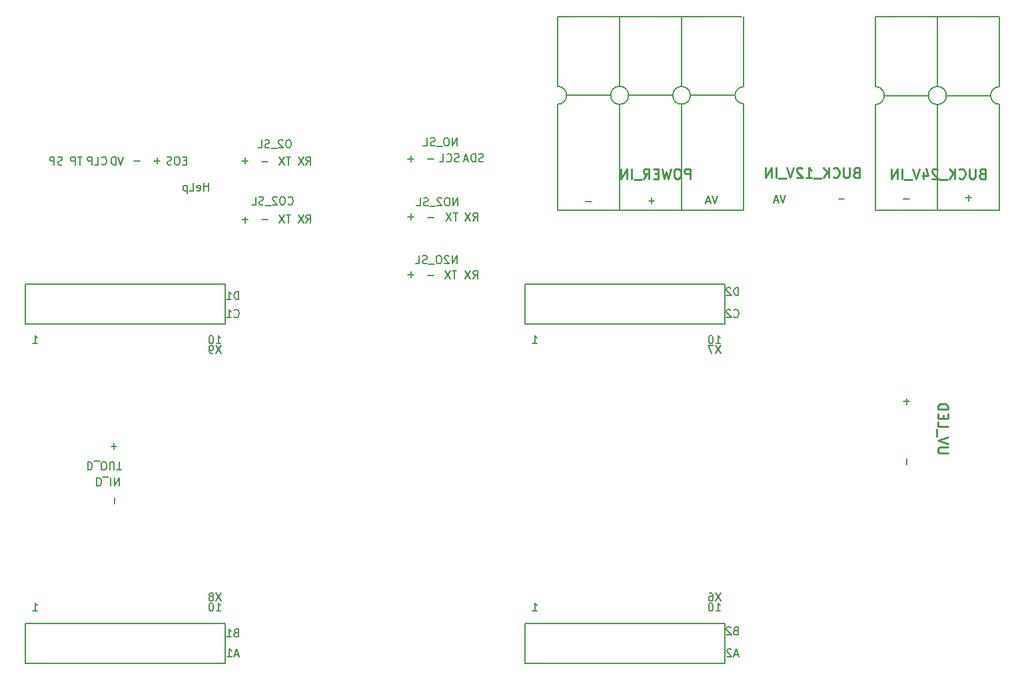
<source format=gbr>
G04 #@! TF.GenerationSoftware,KiCad,Pcbnew,(5.1.4)-1*
G04 #@! TF.CreationDate,2020-11-30T00:59:02-06:00*
G04 #@! TF.ProjectId,SRA_Sensor_Board,5352415f-5365-46e7-936f-725f426f6172,rev?*
G04 #@! TF.SameCoordinates,Original*
G04 #@! TF.FileFunction,Legend,Bot*
G04 #@! TF.FilePolarity,Positive*
%FSLAX46Y46*%
G04 Gerber Fmt 4.6, Leading zero omitted, Abs format (unit mm)*
G04 Created by KiCad (PCBNEW (5.1.4)-1) date 2020-11-30 00:59:02*
%MOMM*%
%LPD*%
G04 APERTURE LIST*
%ADD10C,0.150000*%
%ADD11C,0.254000*%
G04 APERTURE END LIST*
D10*
X146311619Y-76398380D02*
X146311619Y-75398380D01*
X145740190Y-76398380D01*
X145740190Y-75398380D01*
X145311619Y-75493619D02*
X145264000Y-75446000D01*
X145168761Y-75398380D01*
X144930666Y-75398380D01*
X144835428Y-75446000D01*
X144787809Y-75493619D01*
X144740190Y-75588857D01*
X144740190Y-75684095D01*
X144787809Y-75826952D01*
X145359238Y-76398380D01*
X144740190Y-76398380D01*
X144121142Y-75398380D02*
X143930666Y-75398380D01*
X143835428Y-75446000D01*
X143740190Y-75541238D01*
X143692571Y-75731714D01*
X143692571Y-76065047D01*
X143740190Y-76255523D01*
X143835428Y-76350761D01*
X143930666Y-76398380D01*
X144121142Y-76398380D01*
X144216380Y-76350761D01*
X144311619Y-76255523D01*
X144359238Y-76065047D01*
X144359238Y-75731714D01*
X144311619Y-75541238D01*
X144216380Y-75446000D01*
X144121142Y-75398380D01*
X143502095Y-76493619D02*
X142740190Y-76493619D01*
X142549714Y-76350761D02*
X142406857Y-76398380D01*
X142168761Y-76398380D01*
X142073523Y-76350761D01*
X142025904Y-76303142D01*
X141978285Y-76207904D01*
X141978285Y-76112666D01*
X142025904Y-76017428D01*
X142073523Y-75969809D01*
X142168761Y-75922190D01*
X142359238Y-75874571D01*
X142454476Y-75826952D01*
X142502095Y-75779333D01*
X142549714Y-75684095D01*
X142549714Y-75588857D01*
X142502095Y-75493619D01*
X142454476Y-75446000D01*
X142359238Y-75398380D01*
X142121142Y-75398380D01*
X141978285Y-75446000D01*
X141073523Y-76398380D02*
X141549714Y-76398380D01*
X141549714Y-75398380D01*
X146438619Y-69032380D02*
X146438619Y-68032380D01*
X145867190Y-69032380D01*
X145867190Y-68032380D01*
X145200523Y-68032380D02*
X145010047Y-68032380D01*
X144914809Y-68080000D01*
X144819571Y-68175238D01*
X144771952Y-68365714D01*
X144771952Y-68699047D01*
X144819571Y-68889523D01*
X144914809Y-68984761D01*
X145010047Y-69032380D01*
X145200523Y-69032380D01*
X145295761Y-68984761D01*
X145391000Y-68889523D01*
X145438619Y-68699047D01*
X145438619Y-68365714D01*
X145391000Y-68175238D01*
X145295761Y-68080000D01*
X145200523Y-68032380D01*
X144391000Y-68127619D02*
X144343380Y-68080000D01*
X144248142Y-68032380D01*
X144010047Y-68032380D01*
X143914809Y-68080000D01*
X143867190Y-68127619D01*
X143819571Y-68222857D01*
X143819571Y-68318095D01*
X143867190Y-68460952D01*
X144438619Y-69032380D01*
X143819571Y-69032380D01*
X143629095Y-69127619D02*
X142867190Y-69127619D01*
X142676714Y-68984761D02*
X142533857Y-69032380D01*
X142295761Y-69032380D01*
X142200523Y-68984761D01*
X142152904Y-68937142D01*
X142105285Y-68841904D01*
X142105285Y-68746666D01*
X142152904Y-68651428D01*
X142200523Y-68603809D01*
X142295761Y-68556190D01*
X142486238Y-68508571D01*
X142581476Y-68460952D01*
X142629095Y-68413333D01*
X142676714Y-68318095D01*
X142676714Y-68222857D01*
X142629095Y-68127619D01*
X142581476Y-68080000D01*
X142486238Y-68032380D01*
X142248142Y-68032380D01*
X142105285Y-68080000D01*
X141200523Y-69032380D02*
X141676714Y-69032380D01*
X141676714Y-68032380D01*
X146343428Y-61412380D02*
X146343428Y-60412380D01*
X145772000Y-61412380D01*
X145772000Y-60412380D01*
X145105333Y-60412380D02*
X144914857Y-60412380D01*
X144819619Y-60460000D01*
X144724380Y-60555238D01*
X144676761Y-60745714D01*
X144676761Y-61079047D01*
X144724380Y-61269523D01*
X144819619Y-61364761D01*
X144914857Y-61412380D01*
X145105333Y-61412380D01*
X145200571Y-61364761D01*
X145295809Y-61269523D01*
X145343428Y-61079047D01*
X145343428Y-60745714D01*
X145295809Y-60555238D01*
X145200571Y-60460000D01*
X145105333Y-60412380D01*
X144486285Y-61507619D02*
X143724380Y-61507619D01*
X143533904Y-61364761D02*
X143391047Y-61412380D01*
X143152952Y-61412380D01*
X143057714Y-61364761D01*
X143010095Y-61317142D01*
X142962476Y-61221904D01*
X142962476Y-61126666D01*
X143010095Y-61031428D01*
X143057714Y-60983809D01*
X143152952Y-60936190D01*
X143343428Y-60888571D01*
X143438666Y-60840952D01*
X143486285Y-60793333D01*
X143533904Y-60698095D01*
X143533904Y-60602857D01*
X143486285Y-60507619D01*
X143438666Y-60460000D01*
X143343428Y-60412380D01*
X143105333Y-60412380D01*
X142962476Y-60460000D01*
X142057714Y-61412380D02*
X142533904Y-61412380D01*
X142533904Y-60412380D01*
X124888380Y-68810142D02*
X124936000Y-68857761D01*
X125078857Y-68905380D01*
X125174095Y-68905380D01*
X125316952Y-68857761D01*
X125412190Y-68762523D01*
X125459809Y-68667285D01*
X125507428Y-68476809D01*
X125507428Y-68333952D01*
X125459809Y-68143476D01*
X125412190Y-68048238D01*
X125316952Y-67953000D01*
X125174095Y-67905380D01*
X125078857Y-67905380D01*
X124936000Y-67953000D01*
X124888380Y-68000619D01*
X124269333Y-67905380D02*
X124078857Y-67905380D01*
X123983619Y-67953000D01*
X123888380Y-68048238D01*
X123840761Y-68238714D01*
X123840761Y-68572047D01*
X123888380Y-68762523D01*
X123983619Y-68857761D01*
X124078857Y-68905380D01*
X124269333Y-68905380D01*
X124364571Y-68857761D01*
X124459809Y-68762523D01*
X124507428Y-68572047D01*
X124507428Y-68238714D01*
X124459809Y-68048238D01*
X124364571Y-67953000D01*
X124269333Y-67905380D01*
X123459809Y-68000619D02*
X123412190Y-67953000D01*
X123316952Y-67905380D01*
X123078857Y-67905380D01*
X122983619Y-67953000D01*
X122936000Y-68000619D01*
X122888380Y-68095857D01*
X122888380Y-68191095D01*
X122936000Y-68333952D01*
X123507428Y-68905380D01*
X122888380Y-68905380D01*
X122697904Y-69000619D02*
X121936000Y-69000619D01*
X121745523Y-68857761D02*
X121602666Y-68905380D01*
X121364571Y-68905380D01*
X121269333Y-68857761D01*
X121221714Y-68810142D01*
X121174095Y-68714904D01*
X121174095Y-68619666D01*
X121221714Y-68524428D01*
X121269333Y-68476809D01*
X121364571Y-68429190D01*
X121555047Y-68381571D01*
X121650285Y-68333952D01*
X121697904Y-68286333D01*
X121745523Y-68191095D01*
X121745523Y-68095857D01*
X121697904Y-68000619D01*
X121650285Y-67953000D01*
X121555047Y-67905380D01*
X121316952Y-67905380D01*
X121174095Y-67953000D01*
X120269333Y-68905380D02*
X120745523Y-68905380D01*
X120745523Y-67905380D01*
X125023333Y-60666380D02*
X124832857Y-60666380D01*
X124737619Y-60714000D01*
X124642380Y-60809238D01*
X124594761Y-60999714D01*
X124594761Y-61333047D01*
X124642380Y-61523523D01*
X124737619Y-61618761D01*
X124832857Y-61666380D01*
X125023333Y-61666380D01*
X125118571Y-61618761D01*
X125213809Y-61523523D01*
X125261428Y-61333047D01*
X125261428Y-60999714D01*
X125213809Y-60809238D01*
X125118571Y-60714000D01*
X125023333Y-60666380D01*
X124213809Y-60761619D02*
X124166190Y-60714000D01*
X124070952Y-60666380D01*
X123832857Y-60666380D01*
X123737619Y-60714000D01*
X123690000Y-60761619D01*
X123642380Y-60856857D01*
X123642380Y-60952095D01*
X123690000Y-61094952D01*
X124261428Y-61666380D01*
X123642380Y-61666380D01*
X123451904Y-61761619D02*
X122690000Y-61761619D01*
X122499523Y-61618761D02*
X122356666Y-61666380D01*
X122118571Y-61666380D01*
X122023333Y-61618761D01*
X121975714Y-61571142D01*
X121928095Y-61475904D01*
X121928095Y-61380666D01*
X121975714Y-61285428D01*
X122023333Y-61237809D01*
X122118571Y-61190190D01*
X122309047Y-61142571D01*
X122404285Y-61094952D01*
X122451904Y-61047333D01*
X122499523Y-60952095D01*
X122499523Y-60856857D01*
X122451904Y-60761619D01*
X122404285Y-60714000D01*
X122309047Y-60666380D01*
X122070952Y-60666380D01*
X121928095Y-60714000D01*
X121023333Y-61666380D02*
X121499523Y-61666380D01*
X121499523Y-60666380D01*
X99401571Y-101655619D02*
X99401571Y-102655619D01*
X99639666Y-102655619D01*
X99782523Y-102608000D01*
X99877761Y-102512761D01*
X99925380Y-102417523D01*
X99973000Y-102227047D01*
X99973000Y-102084190D01*
X99925380Y-101893714D01*
X99877761Y-101798476D01*
X99782523Y-101703238D01*
X99639666Y-101655619D01*
X99401571Y-101655619D01*
X100163476Y-101560380D02*
X100925380Y-101560380D01*
X101353952Y-102655619D02*
X101544428Y-102655619D01*
X101639666Y-102608000D01*
X101734904Y-102512761D01*
X101782523Y-102322285D01*
X101782523Y-101988952D01*
X101734904Y-101798476D01*
X101639666Y-101703238D01*
X101544428Y-101655619D01*
X101353952Y-101655619D01*
X101258714Y-101703238D01*
X101163476Y-101798476D01*
X101115857Y-101988952D01*
X101115857Y-102322285D01*
X101163476Y-102512761D01*
X101258714Y-102608000D01*
X101353952Y-102655619D01*
X102211095Y-102655619D02*
X102211095Y-101846095D01*
X102258714Y-101750857D01*
X102306333Y-101703238D01*
X102401571Y-101655619D01*
X102592047Y-101655619D01*
X102687285Y-101703238D01*
X102734904Y-101750857D01*
X102782523Y-101846095D01*
X102782523Y-102655619D01*
X103115857Y-102655619D02*
X103687285Y-102655619D01*
X103401571Y-101655619D02*
X103401571Y-102655619D01*
X100576238Y-103687619D02*
X100576238Y-104687619D01*
X100814333Y-104687619D01*
X100957190Y-104640000D01*
X101052428Y-104544761D01*
X101100047Y-104449523D01*
X101147666Y-104259047D01*
X101147666Y-104116190D01*
X101100047Y-103925714D01*
X101052428Y-103830476D01*
X100957190Y-103735238D01*
X100814333Y-103687619D01*
X100576238Y-103687619D01*
X101338142Y-103592380D02*
X102100047Y-103592380D01*
X102338142Y-103687619D02*
X102338142Y-104687619D01*
X102814333Y-103687619D02*
X102814333Y-104687619D01*
X103385761Y-103687619D01*
X103385761Y-104687619D01*
X102814428Y-106172047D02*
X102814428Y-106933952D01*
X103123952Y-99639428D02*
X102362047Y-99639428D01*
X102743000Y-100020380D02*
X102743000Y-99258476D01*
X203834952Y-93924428D02*
X203073047Y-93924428D01*
X203454000Y-94305380D02*
X203454000Y-93543476D01*
X203525428Y-101219047D02*
X203525428Y-101980952D01*
D11*
X208721476Y-100523523D02*
X207693380Y-100523523D01*
X207572428Y-100463047D01*
X207511952Y-100402571D01*
X207451476Y-100281619D01*
X207451476Y-100039714D01*
X207511952Y-99918761D01*
X207572428Y-99858285D01*
X207693380Y-99797809D01*
X208721476Y-99797809D01*
X208721476Y-99374476D02*
X207451476Y-98951142D01*
X208721476Y-98527809D01*
X207330523Y-98406857D02*
X207330523Y-97439238D01*
X207451476Y-96532095D02*
X207451476Y-97136857D01*
X208721476Y-97136857D01*
X208116714Y-96108761D02*
X208116714Y-95685428D01*
X207451476Y-95504000D02*
X207451476Y-96108761D01*
X208721476Y-96108761D01*
X208721476Y-95504000D01*
X207451476Y-94959714D02*
X208721476Y-94959714D01*
X208721476Y-94657333D01*
X208661000Y-94475904D01*
X208540047Y-94354952D01*
X208419095Y-94294476D01*
X208177190Y-94234000D01*
X207995761Y-94234000D01*
X207753857Y-94294476D01*
X207632904Y-94354952D01*
X207511952Y-94475904D01*
X207451476Y-94657333D01*
X207451476Y-94959714D01*
X213051571Y-64933285D02*
X212870142Y-64993761D01*
X212809666Y-65054238D01*
X212749190Y-65175190D01*
X212749190Y-65356619D01*
X212809666Y-65477571D01*
X212870142Y-65538047D01*
X212991095Y-65598523D01*
X213474904Y-65598523D01*
X213474904Y-64328523D01*
X213051571Y-64328523D01*
X212930619Y-64389000D01*
X212870142Y-64449476D01*
X212809666Y-64570428D01*
X212809666Y-64691380D01*
X212870142Y-64812333D01*
X212930619Y-64872809D01*
X213051571Y-64933285D01*
X213474904Y-64933285D01*
X212204904Y-64328523D02*
X212204904Y-65356619D01*
X212144428Y-65477571D01*
X212083952Y-65538047D01*
X211963000Y-65598523D01*
X211721095Y-65598523D01*
X211600142Y-65538047D01*
X211539666Y-65477571D01*
X211479190Y-65356619D01*
X211479190Y-64328523D01*
X210148714Y-65477571D02*
X210209190Y-65538047D01*
X210390619Y-65598523D01*
X210511571Y-65598523D01*
X210693000Y-65538047D01*
X210813952Y-65417095D01*
X210874428Y-65296142D01*
X210934904Y-65054238D01*
X210934904Y-64872809D01*
X210874428Y-64630904D01*
X210813952Y-64509952D01*
X210693000Y-64389000D01*
X210511571Y-64328523D01*
X210390619Y-64328523D01*
X210209190Y-64389000D01*
X210148714Y-64449476D01*
X209604428Y-65598523D02*
X209604428Y-64328523D01*
X208878714Y-65598523D02*
X209423000Y-64872809D01*
X208878714Y-64328523D02*
X209604428Y-65054238D01*
X208636809Y-65719476D02*
X207669190Y-65719476D01*
X207427285Y-64449476D02*
X207366809Y-64389000D01*
X207245857Y-64328523D01*
X206943476Y-64328523D01*
X206822523Y-64389000D01*
X206762047Y-64449476D01*
X206701571Y-64570428D01*
X206701571Y-64691380D01*
X206762047Y-64872809D01*
X207487761Y-65598523D01*
X206701571Y-65598523D01*
X205613000Y-64751857D02*
X205613000Y-65598523D01*
X205915380Y-64268047D02*
X206217761Y-65175190D01*
X205431571Y-65175190D01*
X205129190Y-64328523D02*
X204705857Y-65598523D01*
X204282523Y-64328523D01*
X204161571Y-65719476D02*
X203193952Y-65719476D01*
X202891571Y-65598523D02*
X202891571Y-64328523D01*
X202286809Y-65598523D02*
X202286809Y-64328523D01*
X201561095Y-65598523D01*
X201561095Y-64328523D01*
X197049571Y-64806285D02*
X196868142Y-64866761D01*
X196807666Y-64927238D01*
X196747190Y-65048190D01*
X196747190Y-65229619D01*
X196807666Y-65350571D01*
X196868142Y-65411047D01*
X196989095Y-65471523D01*
X197472904Y-65471523D01*
X197472904Y-64201523D01*
X197049571Y-64201523D01*
X196928619Y-64262000D01*
X196868142Y-64322476D01*
X196807666Y-64443428D01*
X196807666Y-64564380D01*
X196868142Y-64685333D01*
X196928619Y-64745809D01*
X197049571Y-64806285D01*
X197472904Y-64806285D01*
X196202904Y-64201523D02*
X196202904Y-65229619D01*
X196142428Y-65350571D01*
X196081952Y-65411047D01*
X195961000Y-65471523D01*
X195719095Y-65471523D01*
X195598142Y-65411047D01*
X195537666Y-65350571D01*
X195477190Y-65229619D01*
X195477190Y-64201523D01*
X194146714Y-65350571D02*
X194207190Y-65411047D01*
X194388619Y-65471523D01*
X194509571Y-65471523D01*
X194691000Y-65411047D01*
X194811952Y-65290095D01*
X194872428Y-65169142D01*
X194932904Y-64927238D01*
X194932904Y-64745809D01*
X194872428Y-64503904D01*
X194811952Y-64382952D01*
X194691000Y-64262000D01*
X194509571Y-64201523D01*
X194388619Y-64201523D01*
X194207190Y-64262000D01*
X194146714Y-64322476D01*
X193602428Y-65471523D02*
X193602428Y-64201523D01*
X192876714Y-65471523D02*
X193421000Y-64745809D01*
X192876714Y-64201523D02*
X193602428Y-64927238D01*
X192634809Y-65592476D02*
X191667190Y-65592476D01*
X190699571Y-65471523D02*
X191425285Y-65471523D01*
X191062428Y-65471523D02*
X191062428Y-64201523D01*
X191183380Y-64382952D01*
X191304333Y-64503904D01*
X191425285Y-64564380D01*
X190215761Y-64322476D02*
X190155285Y-64262000D01*
X190034333Y-64201523D01*
X189731952Y-64201523D01*
X189611000Y-64262000D01*
X189550523Y-64322476D01*
X189490047Y-64443428D01*
X189490047Y-64564380D01*
X189550523Y-64745809D01*
X190276238Y-65471523D01*
X189490047Y-65471523D01*
X189127190Y-64201523D02*
X188703857Y-65471523D01*
X188280523Y-64201523D01*
X188159571Y-65592476D02*
X187191952Y-65592476D01*
X186889571Y-65471523D02*
X186889571Y-64201523D01*
X186284809Y-65471523D02*
X186284809Y-64201523D01*
X185559095Y-65471523D01*
X185559095Y-64201523D01*
X175961523Y-65598523D02*
X175961523Y-64328523D01*
X175477714Y-64328523D01*
X175356761Y-64389000D01*
X175296285Y-64449476D01*
X175235809Y-64570428D01*
X175235809Y-64751857D01*
X175296285Y-64872809D01*
X175356761Y-64933285D01*
X175477714Y-64993761D01*
X175961523Y-64993761D01*
X174449619Y-64328523D02*
X174207714Y-64328523D01*
X174086761Y-64389000D01*
X173965809Y-64509952D01*
X173905333Y-64751857D01*
X173905333Y-65175190D01*
X173965809Y-65417095D01*
X174086761Y-65538047D01*
X174207714Y-65598523D01*
X174449619Y-65598523D01*
X174570571Y-65538047D01*
X174691523Y-65417095D01*
X174751999Y-65175190D01*
X174751999Y-64751857D01*
X174691523Y-64509952D01*
X174570571Y-64389000D01*
X174449619Y-64328523D01*
X173481999Y-64328523D02*
X173179619Y-65598523D01*
X172937714Y-64691380D01*
X172695809Y-65598523D01*
X172393428Y-64328523D01*
X171909619Y-64933285D02*
X171486285Y-64933285D01*
X171304857Y-65598523D02*
X171909619Y-65598523D01*
X171909619Y-64328523D01*
X171304857Y-64328523D01*
X170034857Y-65598523D02*
X170458190Y-64993761D01*
X170760571Y-65598523D02*
X170760571Y-64328523D01*
X170276761Y-64328523D01*
X170155809Y-64389000D01*
X170095333Y-64449476D01*
X170034857Y-64570428D01*
X170034857Y-64751857D01*
X170095333Y-64872809D01*
X170155809Y-64933285D01*
X170276761Y-64993761D01*
X170760571Y-64993761D01*
X169792952Y-65719476D02*
X168825333Y-65719476D01*
X168522952Y-65598523D02*
X168522952Y-64328523D01*
X167918190Y-65598523D02*
X167918190Y-64328523D01*
X167192476Y-65598523D01*
X167192476Y-64328523D01*
D10*
X211708952Y-68016428D02*
X210947047Y-68016428D01*
X211328000Y-68397380D02*
X211328000Y-67635476D01*
X203834952Y-68143428D02*
X203073047Y-68143428D01*
X195579952Y-68143428D02*
X194818047Y-68143428D01*
X188086904Y-67651380D02*
X187753571Y-68651380D01*
X187420238Y-67651380D01*
X187134523Y-68365666D02*
X186658333Y-68365666D01*
X187229761Y-68651380D02*
X186896428Y-67651380D01*
X186563095Y-68651380D01*
X179450904Y-67778380D02*
X179117571Y-68778380D01*
X178784238Y-67778380D01*
X178498523Y-68492666D02*
X178022333Y-68492666D01*
X178593761Y-68778380D02*
X178260428Y-67778380D01*
X177927095Y-68778380D01*
X171449952Y-68397428D02*
X170688047Y-68397428D01*
X171069000Y-68778380D02*
X171069000Y-68016476D01*
X163448952Y-68524428D02*
X162687047Y-68524428D01*
X114728428Y-67127380D02*
X114728428Y-66127380D01*
X114728428Y-66603571D02*
X114157000Y-66603571D01*
X114157000Y-67127380D02*
X114157000Y-66127380D01*
X113299857Y-67079761D02*
X113395095Y-67127380D01*
X113585571Y-67127380D01*
X113680809Y-67079761D01*
X113728428Y-66984523D01*
X113728428Y-66603571D01*
X113680809Y-66508333D01*
X113585571Y-66460714D01*
X113395095Y-66460714D01*
X113299857Y-66508333D01*
X113252238Y-66603571D01*
X113252238Y-66698809D01*
X113728428Y-66794047D01*
X112347476Y-67127380D02*
X112823666Y-67127380D01*
X112823666Y-66127380D01*
X112014142Y-66460714D02*
X112014142Y-67460714D01*
X112014142Y-66508333D02*
X111918904Y-66460714D01*
X111728428Y-66460714D01*
X111633190Y-66508333D01*
X111585571Y-66555952D01*
X111537952Y-66651190D01*
X111537952Y-66936904D01*
X111585571Y-67032142D01*
X111633190Y-67079761D01*
X111728428Y-67127380D01*
X111918904Y-67127380D01*
X112014142Y-67079761D01*
X111958285Y-63301571D02*
X111624952Y-63301571D01*
X111482095Y-63825380D02*
X111958285Y-63825380D01*
X111958285Y-62825380D01*
X111482095Y-62825380D01*
X110863047Y-62825380D02*
X110672571Y-62825380D01*
X110577333Y-62873000D01*
X110482095Y-62968238D01*
X110434476Y-63158714D01*
X110434476Y-63492047D01*
X110482095Y-63682523D01*
X110577333Y-63777761D01*
X110672571Y-63825380D01*
X110863047Y-63825380D01*
X110958285Y-63777761D01*
X111053523Y-63682523D01*
X111101142Y-63492047D01*
X111101142Y-63158714D01*
X111053523Y-62968238D01*
X110958285Y-62873000D01*
X110863047Y-62825380D01*
X110053523Y-63777761D02*
X109910666Y-63825380D01*
X109672571Y-63825380D01*
X109577333Y-63777761D01*
X109529714Y-63730142D01*
X109482095Y-63634904D01*
X109482095Y-63539666D01*
X109529714Y-63444428D01*
X109577333Y-63396809D01*
X109672571Y-63349190D01*
X109863047Y-63301571D01*
X109958285Y-63253952D01*
X110005904Y-63206333D01*
X110053523Y-63111095D01*
X110053523Y-63015857D01*
X110005904Y-62920619D01*
X109958285Y-62873000D01*
X109863047Y-62825380D01*
X109624952Y-62825380D01*
X109482095Y-62873000D01*
X96162714Y-63777761D02*
X96019857Y-63825380D01*
X95781761Y-63825380D01*
X95686523Y-63777761D01*
X95638904Y-63730142D01*
X95591285Y-63634904D01*
X95591285Y-63539666D01*
X95638904Y-63444428D01*
X95686523Y-63396809D01*
X95781761Y-63349190D01*
X95972238Y-63301571D01*
X96067476Y-63253952D01*
X96115095Y-63206333D01*
X96162714Y-63111095D01*
X96162714Y-63015857D01*
X96115095Y-62920619D01*
X96067476Y-62873000D01*
X95972238Y-62825380D01*
X95734142Y-62825380D01*
X95591285Y-62873000D01*
X95162714Y-63825380D02*
X95162714Y-62825380D01*
X94781761Y-62825380D01*
X94686523Y-62873000D01*
X94638904Y-62920619D01*
X94591285Y-63015857D01*
X94591285Y-63158714D01*
X94638904Y-63253952D01*
X94686523Y-63301571D01*
X94781761Y-63349190D01*
X95162714Y-63349190D01*
X98702714Y-62825380D02*
X98131285Y-62825380D01*
X98417000Y-63825380D02*
X98417000Y-62825380D01*
X97797952Y-63825380D02*
X97797952Y-62825380D01*
X97417000Y-62825380D01*
X97321761Y-62873000D01*
X97274142Y-62920619D01*
X97226523Y-63015857D01*
X97226523Y-63158714D01*
X97274142Y-63253952D01*
X97321761Y-63301571D01*
X97417000Y-63349190D01*
X97797952Y-63349190D01*
X101179238Y-63730142D02*
X101226857Y-63777761D01*
X101369714Y-63825380D01*
X101464952Y-63825380D01*
X101607809Y-63777761D01*
X101703047Y-63682523D01*
X101750666Y-63587285D01*
X101798285Y-63396809D01*
X101798285Y-63253952D01*
X101750666Y-63063476D01*
X101703047Y-62968238D01*
X101607809Y-62873000D01*
X101464952Y-62825380D01*
X101369714Y-62825380D01*
X101226857Y-62873000D01*
X101179238Y-62920619D01*
X100274476Y-63825380D02*
X100750666Y-63825380D01*
X100750666Y-62825380D01*
X99941142Y-63825380D02*
X99941142Y-62825380D01*
X99560190Y-62825380D01*
X99464952Y-62873000D01*
X99417333Y-62920619D01*
X99369714Y-63015857D01*
X99369714Y-63158714D01*
X99417333Y-63253952D01*
X99464952Y-63301571D01*
X99560190Y-63349190D01*
X99941142Y-63349190D01*
X103957333Y-62825380D02*
X103624000Y-63825380D01*
X103290666Y-62825380D01*
X102957333Y-63825380D02*
X102957333Y-62825380D01*
X102719238Y-62825380D01*
X102576380Y-62873000D01*
X102481142Y-62968238D01*
X102433523Y-63063476D01*
X102385904Y-63253952D01*
X102385904Y-63396809D01*
X102433523Y-63587285D01*
X102481142Y-63682523D01*
X102576380Y-63777761D01*
X102719238Y-63825380D01*
X102957333Y-63825380D01*
X106044952Y-63317428D02*
X105283047Y-63317428D01*
X108584952Y-63317428D02*
X107823047Y-63317428D01*
X108204000Y-63698380D02*
X108204000Y-62936476D01*
X148375666Y-78303380D02*
X148709000Y-77827190D01*
X148947095Y-78303380D02*
X148947095Y-77303380D01*
X148566142Y-77303380D01*
X148470904Y-77351000D01*
X148423285Y-77398619D01*
X148375666Y-77493857D01*
X148375666Y-77636714D01*
X148423285Y-77731952D01*
X148470904Y-77779571D01*
X148566142Y-77827190D01*
X148947095Y-77827190D01*
X148042333Y-77303380D02*
X147375666Y-78303380D01*
X147375666Y-77303380D02*
X148042333Y-78303380D01*
X146303904Y-77303380D02*
X145732476Y-77303380D01*
X146018190Y-78303380D02*
X146018190Y-77303380D01*
X145494380Y-77303380D02*
X144827714Y-78303380D01*
X144827714Y-77303380D02*
X145494380Y-78303380D01*
X143382952Y-77890619D02*
X142621047Y-77890619D01*
X140842952Y-77795428D02*
X140081047Y-77795428D01*
X140462000Y-78176380D02*
X140462000Y-77414476D01*
X146430904Y-69937380D02*
X145859476Y-69937380D01*
X146145190Y-70937380D02*
X146145190Y-69937380D01*
X145621380Y-69937380D02*
X144954714Y-70937380D01*
X144954714Y-69937380D02*
X145621380Y-70937380D01*
X148375666Y-70937380D02*
X148709000Y-70461190D01*
X148947095Y-70937380D02*
X148947095Y-69937380D01*
X148566142Y-69937380D01*
X148470904Y-69985000D01*
X148423285Y-70032619D01*
X148375666Y-70127857D01*
X148375666Y-70270714D01*
X148423285Y-70365952D01*
X148470904Y-70413571D01*
X148566142Y-70461190D01*
X148947095Y-70461190D01*
X148042333Y-69937380D02*
X147375666Y-70937380D01*
X147375666Y-69937380D02*
X148042333Y-70937380D01*
X143382952Y-70556428D02*
X142621047Y-70556428D01*
X140842952Y-70429428D02*
X140081047Y-70429428D01*
X140462000Y-70810380D02*
X140462000Y-70048476D01*
X149677285Y-63396761D02*
X149534428Y-63444380D01*
X149296333Y-63444380D01*
X149201095Y-63396761D01*
X149153476Y-63349142D01*
X149105857Y-63253904D01*
X149105857Y-63158666D01*
X149153476Y-63063428D01*
X149201095Y-63015809D01*
X149296333Y-62968190D01*
X149486809Y-62920571D01*
X149582047Y-62872952D01*
X149629666Y-62825333D01*
X149677285Y-62730095D01*
X149677285Y-62634857D01*
X149629666Y-62539619D01*
X149582047Y-62492000D01*
X149486809Y-62444380D01*
X149248714Y-62444380D01*
X149105857Y-62492000D01*
X148677285Y-63444380D02*
X148677285Y-62444380D01*
X148439190Y-62444380D01*
X148296333Y-62492000D01*
X148201095Y-62587238D01*
X148153476Y-62682476D01*
X148105857Y-62872952D01*
X148105857Y-63015809D01*
X148153476Y-63206285D01*
X148201095Y-63301523D01*
X148296333Y-63396761D01*
X148439190Y-63444380D01*
X148677285Y-63444380D01*
X147724904Y-63158666D02*
X147248714Y-63158666D01*
X147820142Y-63444380D02*
X147486809Y-62444380D01*
X147153476Y-63444380D01*
X146605476Y-63396761D02*
X146462619Y-63444380D01*
X146224523Y-63444380D01*
X146129285Y-63396761D01*
X146081666Y-63349142D01*
X146034047Y-63253904D01*
X146034047Y-63158666D01*
X146081666Y-63063428D01*
X146129285Y-63015809D01*
X146224523Y-62968190D01*
X146415000Y-62920571D01*
X146510238Y-62872952D01*
X146557857Y-62825333D01*
X146605476Y-62730095D01*
X146605476Y-62634857D01*
X146557857Y-62539619D01*
X146510238Y-62492000D01*
X146415000Y-62444380D01*
X146176904Y-62444380D01*
X146034047Y-62492000D01*
X145034047Y-63349142D02*
X145081666Y-63396761D01*
X145224523Y-63444380D01*
X145319761Y-63444380D01*
X145462619Y-63396761D01*
X145557857Y-63301523D01*
X145605476Y-63206285D01*
X145653095Y-63015809D01*
X145653095Y-62872952D01*
X145605476Y-62682476D01*
X145557857Y-62587238D01*
X145462619Y-62492000D01*
X145319761Y-62444380D01*
X145224523Y-62444380D01*
X145081666Y-62492000D01*
X145034047Y-62539619D01*
X144129285Y-63444380D02*
X144605476Y-63444380D01*
X144605476Y-62444380D01*
X143382952Y-63063428D02*
X142621047Y-63063428D01*
X140842952Y-63063428D02*
X140081047Y-63063428D01*
X140462000Y-63444380D02*
X140462000Y-62682476D01*
X122300952Y-70810428D02*
X121539047Y-70810428D01*
X127166666Y-71191380D02*
X127500000Y-70715190D01*
X127738095Y-71191380D02*
X127738095Y-70191380D01*
X127357142Y-70191380D01*
X127261904Y-70239000D01*
X127214285Y-70286619D01*
X127166666Y-70381857D01*
X127166666Y-70524714D01*
X127214285Y-70619952D01*
X127261904Y-70667571D01*
X127357142Y-70715190D01*
X127738095Y-70715190D01*
X126833333Y-70191380D02*
X126166666Y-71191380D01*
X126166666Y-70191380D02*
X126833333Y-71191380D01*
X125221904Y-70191380D02*
X124650476Y-70191380D01*
X124936190Y-71191380D02*
X124936190Y-70191380D01*
X124412380Y-70191380D02*
X123745714Y-71191380D01*
X123745714Y-70191380D02*
X124412380Y-71191380D01*
X119760952Y-70810428D02*
X118999047Y-70810428D01*
X119380000Y-71191380D02*
X119380000Y-70429476D01*
X127166666Y-63825380D02*
X127500000Y-63349190D01*
X127738095Y-63825380D02*
X127738095Y-62825380D01*
X127357142Y-62825380D01*
X127261904Y-62873000D01*
X127214285Y-62920619D01*
X127166666Y-63015857D01*
X127166666Y-63158714D01*
X127214285Y-63253952D01*
X127261904Y-63301571D01*
X127357142Y-63349190D01*
X127738095Y-63349190D01*
X126833333Y-62825380D02*
X126166666Y-63825380D01*
X126166666Y-62825380D02*
X126833333Y-63825380D01*
X125221904Y-62825380D02*
X124650476Y-62825380D01*
X124936190Y-63825380D02*
X124936190Y-62825380D01*
X124412380Y-62825380D02*
X123745714Y-63825380D01*
X123745714Y-62825380D02*
X124412380Y-63825380D01*
X122300952Y-63444428D02*
X121539047Y-63444428D01*
X119760952Y-63317428D02*
X118999047Y-63317428D01*
X119380000Y-63698380D02*
X119380000Y-62936476D01*
X154940000Y-78994000D02*
X154940000Y-84074000D01*
X180340000Y-78994000D02*
X154940000Y-78994000D01*
X180340000Y-84074000D02*
X180340000Y-78994000D01*
X154940000Y-127254000D02*
X180340000Y-127254000D01*
X154940000Y-122174000D02*
X154940000Y-127254000D01*
X180340000Y-127254000D02*
X180340000Y-122174000D01*
X154940000Y-84074000D02*
X180340000Y-84074000D01*
X180340000Y-122174000D02*
X154940000Y-122174000D01*
X91440000Y-84074000D02*
X116840000Y-84074000D01*
X91440000Y-78994000D02*
X91440000Y-84074000D01*
X116840000Y-78994000D02*
X91440000Y-78994000D01*
X116840000Y-84074000D02*
X116840000Y-78994000D01*
X91440000Y-127254000D02*
X116840000Y-127254000D01*
X91440000Y-122174000D02*
X91440000Y-127254000D01*
X116840000Y-122174000D02*
X91440000Y-122174000D01*
X116840000Y-127254000D02*
X116840000Y-122174000D01*
X199517000Y-57302400D02*
X199517000Y-69596000D01*
X199517000Y-44983400D02*
X199517000Y-52730400D01*
X215265000Y-52730400D02*
X215265000Y-44983400D01*
X215265000Y-57302400D02*
X215265000Y-69596000D01*
X208534000Y-55016400D02*
G75*
G03X208534000Y-55016400I-1143000J0D01*
G01*
X205105000Y-55016400D02*
X201828400Y-55016400D01*
X207391000Y-57302400D02*
X207391000Y-69596000D01*
X209677000Y-55016400D02*
X212979000Y-55016400D01*
X207391000Y-57302400D02*
X207391000Y-56159400D01*
X205105000Y-55016400D02*
X206248000Y-55016400D01*
X207365600Y-44983400D02*
X207365600Y-53873400D01*
X209677000Y-55016400D02*
X208534000Y-55016400D01*
X200660000Y-55016400D02*
X201828400Y-55016400D01*
X199517000Y-57277000D02*
X199517000Y-56184800D01*
X215265000Y-52705000D02*
X215265000Y-53873400D01*
X212953600Y-55016400D02*
X214122000Y-55016400D01*
X215265000Y-57327800D02*
X215265000Y-56134000D01*
X199517000Y-53873400D02*
G75*
G02X200660000Y-55016400I0J-1143000D01*
G01*
X200660000Y-55016400D02*
G75*
G02X199517000Y-56159400I-1143000J0D01*
G01*
X199517000Y-53873400D02*
X199517000Y-52654200D01*
X199517000Y-69596000D02*
X215265000Y-69596000D01*
X199517000Y-44958000D02*
X215265000Y-44958000D01*
X214147400Y-55016400D02*
G75*
G02X215265000Y-53898800I1117600J0D01*
G01*
X215265000Y-56134000D02*
G75*
G02X214147400Y-55016400I0J1117600D01*
G01*
X182753000Y-69592000D02*
X159129000Y-69592000D01*
X182501000Y-44954000D02*
X159129000Y-44954000D01*
X159131000Y-57277000D02*
X159131000Y-69596000D01*
X159131000Y-44958000D02*
X159131000Y-52705000D01*
X174879000Y-52705000D02*
X174879000Y-44958000D01*
X174879000Y-57277000D02*
X174879000Y-69596000D01*
X168148000Y-54991000D02*
G75*
G03X168148000Y-54991000I-1143000J0D01*
G01*
X164719000Y-54991000D02*
X161442400Y-54991000D01*
X167005000Y-57277000D02*
X167005000Y-69596000D01*
X169291000Y-54991000D02*
X172593000Y-54991000D01*
X167005000Y-57277000D02*
X167005000Y-56134000D01*
X164719000Y-54991000D02*
X165862000Y-54991000D01*
X166979600Y-44958000D02*
X166979600Y-53848000D01*
X169291000Y-54991000D02*
X168148000Y-54991000D01*
X160274000Y-54991000D02*
X161442400Y-54991000D01*
X159131000Y-57251600D02*
X159131000Y-56159400D01*
X174879000Y-52679600D02*
X174879000Y-53848000D01*
X172567600Y-54991000D02*
X173736000Y-54991000D01*
X174879000Y-57302400D02*
X174879000Y-56108600D01*
X159131000Y-53848000D02*
G75*
G02X160274000Y-54991000I0J-1143000D01*
G01*
X160274000Y-54991000D02*
G75*
G02X159131000Y-56134000I-1143000J0D01*
G01*
X159131000Y-53848000D02*
X159131000Y-52628800D01*
X182753000Y-56108600D02*
X182753000Y-69592000D01*
X182753000Y-53848000D02*
X182753000Y-44958000D01*
X175996600Y-54991000D02*
G75*
G03X175996600Y-54991000I-1117600J0D01*
G01*
X181686200Y-54965600D02*
G75*
G02X182753000Y-53898800I1066800J0D01*
G01*
X182753000Y-56057800D02*
G75*
G02X181686200Y-54991000I0J1066800D01*
G01*
X176047400Y-54991000D02*
X181610000Y-54991000D01*
X92424285Y-120594380D02*
X92995714Y-120594380D01*
X92710000Y-120594380D02*
X92710000Y-119594380D01*
X92805238Y-119737238D01*
X92900476Y-119832476D01*
X92995714Y-119880095D01*
X92424285Y-86558380D02*
X92995714Y-86558380D01*
X92710000Y-86558380D02*
X92710000Y-85558380D01*
X92805238Y-85701238D01*
X92900476Y-85796476D01*
X92995714Y-85844095D01*
X155924285Y-86558380D02*
X156495714Y-86558380D01*
X156210000Y-86558380D02*
X156210000Y-85558380D01*
X156305238Y-85701238D01*
X156400476Y-85796476D01*
X156495714Y-85844095D01*
X182070285Y-126150666D02*
X181594095Y-126150666D01*
X182165523Y-126436380D02*
X181832190Y-125436380D01*
X181498857Y-126436380D01*
X181213142Y-125531619D02*
X181165523Y-125484000D01*
X181070285Y-125436380D01*
X180832190Y-125436380D01*
X180736952Y-125484000D01*
X180689333Y-125531619D01*
X180641714Y-125626857D01*
X180641714Y-125722095D01*
X180689333Y-125864952D01*
X181260761Y-126436380D01*
X180641714Y-126436380D01*
X181760761Y-123118571D02*
X181617904Y-123166190D01*
X181570285Y-123213809D01*
X181522666Y-123309047D01*
X181522666Y-123451904D01*
X181570285Y-123547142D01*
X181617904Y-123594761D01*
X181713142Y-123642380D01*
X182094095Y-123642380D01*
X182094095Y-122642380D01*
X181760761Y-122642380D01*
X181665523Y-122690000D01*
X181617904Y-122737619D01*
X181570285Y-122832857D01*
X181570285Y-122928095D01*
X181617904Y-123023333D01*
X181665523Y-123070952D01*
X181760761Y-123118571D01*
X182094095Y-123118571D01*
X181141714Y-122737619D02*
X181094095Y-122690000D01*
X180998857Y-122642380D01*
X180760761Y-122642380D01*
X180665523Y-122690000D01*
X180617904Y-122737619D01*
X180570285Y-122832857D01*
X180570285Y-122928095D01*
X180617904Y-123070952D01*
X181189333Y-123642380D01*
X180570285Y-123642380D01*
X118570285Y-126150666D02*
X118094095Y-126150666D01*
X118665523Y-126436380D02*
X118332190Y-125436380D01*
X117998857Y-126436380D01*
X117141714Y-126436380D02*
X117713142Y-126436380D01*
X117427428Y-126436380D02*
X117427428Y-125436380D01*
X117522666Y-125579238D01*
X117617904Y-125674476D01*
X117713142Y-125722095D01*
X118260761Y-123372571D02*
X118117904Y-123420190D01*
X118070285Y-123467809D01*
X118022666Y-123563047D01*
X118022666Y-123705904D01*
X118070285Y-123801142D01*
X118117904Y-123848761D01*
X118213142Y-123896380D01*
X118594095Y-123896380D01*
X118594095Y-122896380D01*
X118260761Y-122896380D01*
X118165523Y-122944000D01*
X118117904Y-122991619D01*
X118070285Y-123086857D01*
X118070285Y-123182095D01*
X118117904Y-123277333D01*
X118165523Y-123324952D01*
X118260761Y-123372571D01*
X118594095Y-123372571D01*
X117070285Y-123896380D02*
X117641714Y-123896380D01*
X117356000Y-123896380D02*
X117356000Y-122896380D01*
X117451238Y-123039238D01*
X117546476Y-123134476D01*
X117641714Y-123182095D01*
X182094095Y-80462380D02*
X182094095Y-79462380D01*
X181856000Y-79462380D01*
X181713142Y-79510000D01*
X181617904Y-79605238D01*
X181570285Y-79700476D01*
X181522666Y-79890952D01*
X181522666Y-80033809D01*
X181570285Y-80224285D01*
X181617904Y-80319523D01*
X181713142Y-80414761D01*
X181856000Y-80462380D01*
X182094095Y-80462380D01*
X181141714Y-79557619D02*
X181094095Y-79510000D01*
X180998857Y-79462380D01*
X180760761Y-79462380D01*
X180665523Y-79510000D01*
X180617904Y-79557619D01*
X180570285Y-79652857D01*
X180570285Y-79748095D01*
X180617904Y-79890952D01*
X181189333Y-80462380D01*
X180570285Y-80462380D01*
X181522666Y-83161142D02*
X181570285Y-83208761D01*
X181713142Y-83256380D01*
X181808380Y-83256380D01*
X181951238Y-83208761D01*
X182046476Y-83113523D01*
X182094095Y-83018285D01*
X182141714Y-82827809D01*
X182141714Y-82684952D01*
X182094095Y-82494476D01*
X182046476Y-82399238D01*
X181951238Y-82304000D01*
X181808380Y-82256380D01*
X181713142Y-82256380D01*
X181570285Y-82304000D01*
X181522666Y-82351619D01*
X181141714Y-82351619D02*
X181094095Y-82304000D01*
X180998857Y-82256380D01*
X180760761Y-82256380D01*
X180665523Y-82304000D01*
X180617904Y-82351619D01*
X180570285Y-82446857D01*
X180570285Y-82542095D01*
X180617904Y-82684952D01*
X181189333Y-83256380D01*
X180570285Y-83256380D01*
X118594095Y-80970380D02*
X118594095Y-79970380D01*
X118356000Y-79970380D01*
X118213142Y-80018000D01*
X118117904Y-80113238D01*
X118070285Y-80208476D01*
X118022666Y-80398952D01*
X118022666Y-80541809D01*
X118070285Y-80732285D01*
X118117904Y-80827523D01*
X118213142Y-80922761D01*
X118356000Y-80970380D01*
X118594095Y-80970380D01*
X117070285Y-80970380D02*
X117641714Y-80970380D01*
X117356000Y-80970380D02*
X117356000Y-79970380D01*
X117451238Y-80113238D01*
X117546476Y-80208476D01*
X117641714Y-80256095D01*
X118022666Y-83161142D02*
X118070285Y-83208761D01*
X118213142Y-83256380D01*
X118308380Y-83256380D01*
X118451238Y-83208761D01*
X118546476Y-83113523D01*
X118594095Y-83018285D01*
X118641714Y-82827809D01*
X118641714Y-82684952D01*
X118594095Y-82494476D01*
X118546476Y-82399238D01*
X118451238Y-82304000D01*
X118308380Y-82256380D01*
X118213142Y-82256380D01*
X118070285Y-82304000D01*
X118022666Y-82351619D01*
X117070285Y-83256380D02*
X117641714Y-83256380D01*
X117356000Y-83256380D02*
X117356000Y-82256380D01*
X117451238Y-82399238D01*
X117546476Y-82494476D01*
X117641714Y-82542095D01*
X179879523Y-118324380D02*
X179212857Y-119324380D01*
X179212857Y-118324380D02*
X179879523Y-119324380D01*
X178403333Y-118324380D02*
X178593809Y-118324380D01*
X178689047Y-118372000D01*
X178736666Y-118419619D01*
X178831904Y-118562476D01*
X178879523Y-118752952D01*
X178879523Y-119133904D01*
X178831904Y-119229142D01*
X178784285Y-119276761D01*
X178689047Y-119324380D01*
X178498571Y-119324380D01*
X178403333Y-119276761D01*
X178355714Y-119229142D01*
X178308095Y-119133904D01*
X178308095Y-118895809D01*
X178355714Y-118800571D01*
X178403333Y-118752952D01*
X178498571Y-118705333D01*
X178689047Y-118705333D01*
X178784285Y-118752952D01*
X178831904Y-118800571D01*
X178879523Y-118895809D01*
X179879523Y-86828380D02*
X179212857Y-87828380D01*
X179212857Y-86828380D02*
X179879523Y-87828380D01*
X178927142Y-86828380D02*
X178260476Y-86828380D01*
X178689047Y-87828380D01*
X116379523Y-118324380D02*
X115712857Y-119324380D01*
X115712857Y-118324380D02*
X116379523Y-119324380D01*
X115189047Y-118752952D02*
X115284285Y-118705333D01*
X115331904Y-118657714D01*
X115379523Y-118562476D01*
X115379523Y-118514857D01*
X115331904Y-118419619D01*
X115284285Y-118372000D01*
X115189047Y-118324380D01*
X114998571Y-118324380D01*
X114903333Y-118372000D01*
X114855714Y-118419619D01*
X114808095Y-118514857D01*
X114808095Y-118562476D01*
X114855714Y-118657714D01*
X114903333Y-118705333D01*
X114998571Y-118752952D01*
X115189047Y-118752952D01*
X115284285Y-118800571D01*
X115331904Y-118848190D01*
X115379523Y-118943428D01*
X115379523Y-119133904D01*
X115331904Y-119229142D01*
X115284285Y-119276761D01*
X115189047Y-119324380D01*
X114998571Y-119324380D01*
X114903333Y-119276761D01*
X114855714Y-119229142D01*
X114808095Y-119133904D01*
X114808095Y-118943428D01*
X114855714Y-118848190D01*
X114903333Y-118800571D01*
X114998571Y-118752952D01*
X116379523Y-86828380D02*
X115712857Y-87828380D01*
X115712857Y-86828380D02*
X116379523Y-87828380D01*
X115284285Y-87828380D02*
X115093809Y-87828380D01*
X114998571Y-87780761D01*
X114950952Y-87733142D01*
X114855714Y-87590285D01*
X114808095Y-87399809D01*
X114808095Y-87018857D01*
X114855714Y-86923619D01*
X114903333Y-86876000D01*
X114998571Y-86828380D01*
X115189047Y-86828380D01*
X115284285Y-86876000D01*
X115331904Y-86923619D01*
X115379523Y-87018857D01*
X115379523Y-87256952D01*
X115331904Y-87352190D01*
X115284285Y-87399809D01*
X115189047Y-87447428D01*
X114998571Y-87447428D01*
X114903333Y-87399809D01*
X114855714Y-87352190D01*
X114808095Y-87256952D01*
X155924285Y-120594380D02*
X156495714Y-120594380D01*
X156210000Y-120594380D02*
X156210000Y-119594380D01*
X156305238Y-119737238D01*
X156400476Y-119832476D01*
X156495714Y-119880095D01*
X179260476Y-120594380D02*
X179831904Y-120594380D01*
X179546190Y-120594380D02*
X179546190Y-119594380D01*
X179641428Y-119737238D01*
X179736666Y-119832476D01*
X179831904Y-119880095D01*
X178641428Y-119594380D02*
X178546190Y-119594380D01*
X178450952Y-119642000D01*
X178403333Y-119689619D01*
X178355714Y-119784857D01*
X178308095Y-119975333D01*
X178308095Y-120213428D01*
X178355714Y-120403904D01*
X178403333Y-120499142D01*
X178450952Y-120546761D01*
X178546190Y-120594380D01*
X178641428Y-120594380D01*
X178736666Y-120546761D01*
X178784285Y-120499142D01*
X178831904Y-120403904D01*
X178879523Y-120213428D01*
X178879523Y-119975333D01*
X178831904Y-119784857D01*
X178784285Y-119689619D01*
X178736666Y-119642000D01*
X178641428Y-119594380D01*
X179260476Y-86558380D02*
X179831904Y-86558380D01*
X179546190Y-86558380D02*
X179546190Y-85558380D01*
X179641428Y-85701238D01*
X179736666Y-85796476D01*
X179831904Y-85844095D01*
X178641428Y-85558380D02*
X178546190Y-85558380D01*
X178450952Y-85606000D01*
X178403333Y-85653619D01*
X178355714Y-85748857D01*
X178308095Y-85939333D01*
X178308095Y-86177428D01*
X178355714Y-86367904D01*
X178403333Y-86463142D01*
X178450952Y-86510761D01*
X178546190Y-86558380D01*
X178641428Y-86558380D01*
X178736666Y-86510761D01*
X178784285Y-86463142D01*
X178831904Y-86367904D01*
X178879523Y-86177428D01*
X178879523Y-85939333D01*
X178831904Y-85748857D01*
X178784285Y-85653619D01*
X178736666Y-85606000D01*
X178641428Y-85558380D01*
X115760476Y-120594380D02*
X116331904Y-120594380D01*
X116046190Y-120594380D02*
X116046190Y-119594380D01*
X116141428Y-119737238D01*
X116236666Y-119832476D01*
X116331904Y-119880095D01*
X115141428Y-119594380D02*
X115046190Y-119594380D01*
X114950952Y-119642000D01*
X114903333Y-119689619D01*
X114855714Y-119784857D01*
X114808095Y-119975333D01*
X114808095Y-120213428D01*
X114855714Y-120403904D01*
X114903333Y-120499142D01*
X114950952Y-120546761D01*
X115046190Y-120594380D01*
X115141428Y-120594380D01*
X115236666Y-120546761D01*
X115284285Y-120499142D01*
X115331904Y-120403904D01*
X115379523Y-120213428D01*
X115379523Y-119975333D01*
X115331904Y-119784857D01*
X115284285Y-119689619D01*
X115236666Y-119642000D01*
X115141428Y-119594380D01*
X115760476Y-86558380D02*
X116331904Y-86558380D01*
X116046190Y-86558380D02*
X116046190Y-85558380D01*
X116141428Y-85701238D01*
X116236666Y-85796476D01*
X116331904Y-85844095D01*
X115141428Y-85558380D02*
X115046190Y-85558380D01*
X114950952Y-85606000D01*
X114903333Y-85653619D01*
X114855714Y-85748857D01*
X114808095Y-85939333D01*
X114808095Y-86177428D01*
X114855714Y-86367904D01*
X114903333Y-86463142D01*
X114950952Y-86510761D01*
X115046190Y-86558380D01*
X115141428Y-86558380D01*
X115236666Y-86510761D01*
X115284285Y-86463142D01*
X115331904Y-86367904D01*
X115379523Y-86177428D01*
X115379523Y-85939333D01*
X115331904Y-85748857D01*
X115284285Y-85653619D01*
X115236666Y-85606000D01*
X115141428Y-85558380D01*
M02*

</source>
